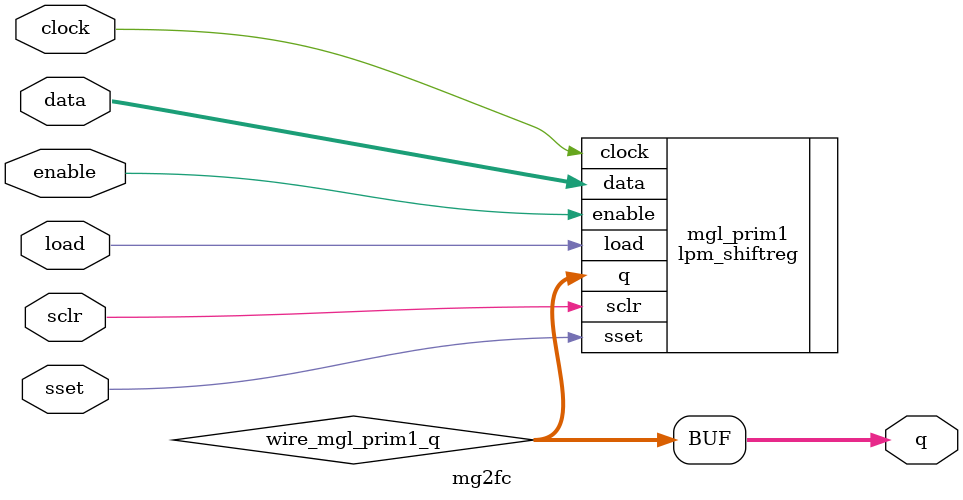
<source format=v>






//synthesis_resources = lpm_shiftreg 1 
//synopsys translate_off
`timescale 1 ps / 1 ps
//synopsys translate_on
module  mg2fc
	( 
	clock,
	data,
	enable,
	load,
	q,
	sclr,
	sset) /* synthesis synthesis_clearbox=1 */;
	input   clock;
	input   [23:0]  data;
	input   enable;
	input   load;
	output   [23:0]  q;
	input   sclr;
	input   sset;

	wire  [23:0]   wire_mgl_prim1_q;

	lpm_shiftreg   mgl_prim1
	( 
	.clock(clock),
	.data(data),
	.enable(enable),
	.load(load),
	.q(wire_mgl_prim1_q),
	.sclr(sclr),
	.sset(sset));
	defparam
		mgl_prim1.lpm_direction = "RIGHT",
		mgl_prim1.lpm_type = "LPM_SHIFTREG",
		mgl_prim1.lpm_width = 24;
	assign
		q = wire_mgl_prim1_q;
endmodule //mg2fc
//VALID FILE

</source>
